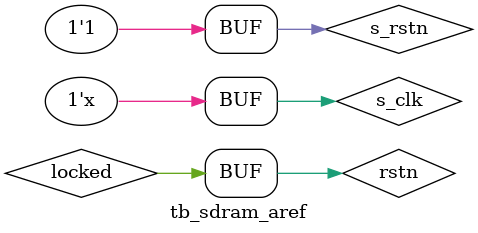
<source format=v>
`timescale 1ns/1ns


module tb_sdram_aref ();

reg                                     s_clk               ;
reg                                     s_rstn              ;
reg                                     aref_en             ;

wire                                    clk_50m             ;
wire                                    clk_100m            ;
wire                                    clk_100m_s          ;
wire                                    locked              ;
wire                                    rstn                ;

wire        [3:0]                       init_cmd            ;
wire        [1:0]                       init_bank           ;
wire        [12:0]                      init_addr           ;
wire                                    init_end            ;

wire                                    aref_end            ;
wire        [3:0]                       aref_cmd            ;
wire        [1:0]                       aref_bank           ;
wire        [12:0]                      aref_addr           ;
wire                                    aref_req            ;

wire        [3:0]                       sdram_cmd           ;
wire        [1:0]                       sdram_bank          ;
wire        [12:0]                      sdram_addr          ;

//============================================================================//
// ********************************** INIT ********************************** //
//============================================================================//
initial begin
    s_clk           =       1'b1;
    s_rstn          <=      1'b0;
    # 30
    s_rstn          <=      1'b1;
end

always # 10 s_clk   =       ~ s_clk;

//============================================================================//
// ******************************** instance ******************************** //
//============================================================================//

clk_gen	clk_gen_inst (
                .areset                 (~s_rstn        ),
                .inclk0                 (s_clk          ),
                .c0                     (clk_50m        ),
                .c1                     (clk_100m       ),
                .c2                     (clk_100m_s     ),
                .locked                 (locked         )
);

assign rstn = s_rstn & locked;

always @(posedge clk_100m or negedge rstn) begin
    if (rstn == 1'b0)
        aref_en     <=      1'b0;
    else if ((init_end == 1'b1) && (aref_req == 1'b1))
        aref_en     <=      1'b1;
    else if (aref_end == 1'b1)
        aref_en     <=      1'b0;
end

sdram_init  sdram_init_inst(

                .clk                    (clk_100m       ),
                .rstn                   (rstn           ),

                .init_cmd               (init_cmd       ),
                .init_bank              (init_bank      ),
                .init_addr              (init_addr      ),
                .init_end               (init_end       )

);

sdram_aref  sdram_aref_inst (
                .clk                    (clk_100m       ),
                .rstn                   (rstn           ),
                .init_end               (init_end       ),
                .aref_en                (aref_en        ),

                .aref_end               (aref_end       ),
                .aref_cmd               (aref_cmd       ),
                .aref_bank              (aref_bank      ),
                .aref_addr              (aref_addr      ),
                .aref_req               (aref_req       )
  );

assign sdram_cmd  = (init_end == 1'b1) ? aref_cmd  : init_cmd ;
assign sdram_bank = (init_end == 1'b1) ? aref_bank : init_bank;
assign sdram_addr = (init_end == 1'b1) ? aref_addr : init_addr;

defparam        sdram_model_plus_inst.addr_bits =	13;
defparam        sdram_model_plus_inst.data_bits =   16;
defparam        sdram_model_plus_inst.col_bits  =	9;
defparam        sdram_model_plus_inst.mem_sizes =	2*1024*1024; 

sdram_model_plus  sdram_model_plus_inst (
                .Dq                     (               ),
                .Addr                   (sdram_addr     ),
                .Ba                     (sdram_bank     ),
                .Clk                    (clk_100m_s     ),
                .Cke                    (1'b1           ),
                .Cs_n                   (sdram_cmd[3]   ),
                .Ras_n                  (sdram_cmd[2]   ),
                .Cas_n                  (sdram_cmd[1]   ),
                .We_n                   (sdram_cmd[0]   ),
                .Dqm                    (2'b00          ),
                .Debug                  (1'b1           )
  );

endmodule
</source>
